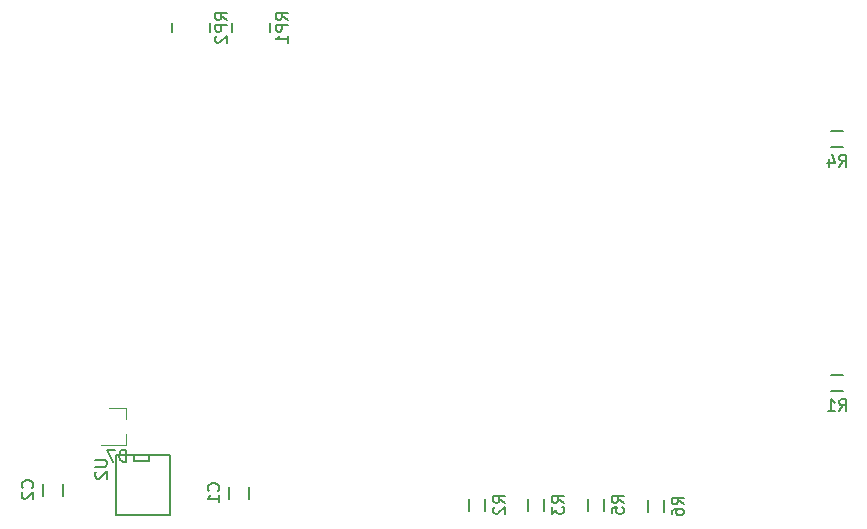
<source format=gbr>
G04 #@! TF.FileFunction,Legend,Bot*
%FSLAX46Y46*%
G04 Gerber Fmt 4.6, Leading zero omitted, Abs format (unit mm)*
G04 Created by KiCad (PCBNEW 4.0.4-stable) date 12/26/16 14:09:50*
%MOMM*%
%LPD*%
G01*
G04 APERTURE LIST*
%ADD10C,0.100000*%
%ADD11C,0.120000*%
%ADD12C,0.150000*%
G04 APERTURE END LIST*
D10*
D11*
X115568000Y-136469000D02*
X115568000Y-137399000D01*
X115568000Y-139629000D02*
X115568000Y-138699000D01*
X115568000Y-139629000D02*
X113408000Y-139629000D01*
X115568000Y-136469000D02*
X114108000Y-136469000D01*
D12*
X114681000Y-140462000D02*
X114681000Y-145542000D01*
X114681000Y-145542000D02*
X119253000Y-145542000D01*
X119253000Y-145542000D02*
X119253000Y-140462000D01*
X119253000Y-140462000D02*
X114681000Y-140462000D01*
X116205000Y-140462000D02*
X116205000Y-140970000D01*
X116205000Y-140970000D02*
X117475000Y-140970000D01*
X117475000Y-140970000D02*
X117475000Y-140462000D01*
X124245000Y-144137000D02*
X124245000Y-143137000D01*
X125945000Y-143137000D02*
X125945000Y-144137000D01*
X108497000Y-143883000D02*
X108497000Y-142883000D01*
X110197000Y-142883000D02*
X110197000Y-143883000D01*
X124486000Y-103867000D02*
X124486000Y-104667000D01*
X127736000Y-103867000D02*
X127736000Y-104667000D01*
X119406000Y-103867000D02*
X119406000Y-104667000D01*
X122656000Y-103867000D02*
X122656000Y-104667000D01*
X176268000Y-133691000D02*
X175268000Y-133691000D01*
X175268000Y-135041000D02*
X176268000Y-135041000D01*
X144613000Y-144153000D02*
X144613000Y-145153000D01*
X145963000Y-145153000D02*
X145963000Y-144153000D01*
X149566000Y-144153000D02*
X149566000Y-145153000D01*
X150916000Y-145153000D02*
X150916000Y-144153000D01*
X176268000Y-112990000D02*
X175268000Y-112990000D01*
X175268000Y-114340000D02*
X176268000Y-114340000D01*
X159726000Y-144280000D02*
X159726000Y-145280000D01*
X161076000Y-145280000D02*
X161076000Y-144280000D01*
X154646000Y-144153000D02*
X154646000Y-145153000D01*
X155996000Y-145153000D02*
X155996000Y-144153000D01*
X115546095Y-141001381D02*
X115546095Y-140001381D01*
X115308000Y-140001381D01*
X115165142Y-140049000D01*
X115069904Y-140144238D01*
X115022285Y-140239476D01*
X114974666Y-140429952D01*
X114974666Y-140572810D01*
X115022285Y-140763286D01*
X115069904Y-140858524D01*
X115165142Y-140953762D01*
X115308000Y-141001381D01*
X115546095Y-141001381D01*
X114641333Y-140001381D02*
X113974666Y-140001381D01*
X114403238Y-141001381D01*
X112934039Y-140862322D02*
X113743563Y-140862322D01*
X113838801Y-140909941D01*
X113886420Y-140957560D01*
X113934039Y-141052798D01*
X113934039Y-141243275D01*
X113886420Y-141338513D01*
X113838801Y-141386132D01*
X113743563Y-141433751D01*
X112934039Y-141433751D01*
X113029277Y-141862322D02*
X112981658Y-141909941D01*
X112934039Y-142005179D01*
X112934039Y-142243275D01*
X112981658Y-142338513D01*
X113029277Y-142386132D01*
X113124515Y-142433751D01*
X113219753Y-142433751D01*
X113362610Y-142386132D01*
X113934039Y-141814703D01*
X113934039Y-142433751D01*
X123352143Y-143470334D02*
X123399762Y-143422715D01*
X123447381Y-143279858D01*
X123447381Y-143184620D01*
X123399762Y-143041762D01*
X123304524Y-142946524D01*
X123209286Y-142898905D01*
X123018810Y-142851286D01*
X122875952Y-142851286D01*
X122685476Y-142898905D01*
X122590238Y-142946524D01*
X122495000Y-143041762D01*
X122447381Y-143184620D01*
X122447381Y-143279858D01*
X122495000Y-143422715D01*
X122542619Y-143470334D01*
X123447381Y-144422715D02*
X123447381Y-143851286D01*
X123447381Y-144137000D02*
X122447381Y-144137000D01*
X122590238Y-144041762D01*
X122685476Y-143946524D01*
X122733095Y-143851286D01*
X107604143Y-143216334D02*
X107651762Y-143168715D01*
X107699381Y-143025858D01*
X107699381Y-142930620D01*
X107651762Y-142787762D01*
X107556524Y-142692524D01*
X107461286Y-142644905D01*
X107270810Y-142597286D01*
X107127952Y-142597286D01*
X106937476Y-142644905D01*
X106842238Y-142692524D01*
X106747000Y-142787762D01*
X106699381Y-142930620D01*
X106699381Y-143025858D01*
X106747000Y-143168715D01*
X106794619Y-143216334D01*
X106794619Y-143597286D02*
X106747000Y-143644905D01*
X106699381Y-143740143D01*
X106699381Y-143978239D01*
X106747000Y-144073477D01*
X106794619Y-144121096D01*
X106889857Y-144168715D01*
X106985095Y-144168715D01*
X107127952Y-144121096D01*
X107699381Y-143549667D01*
X107699381Y-144168715D01*
X129222761Y-103590174D02*
X128746570Y-103256840D01*
X129222761Y-103018745D02*
X128222761Y-103018745D01*
X128222761Y-103399698D01*
X128270380Y-103494936D01*
X128317999Y-103542555D01*
X128413237Y-103590174D01*
X128556094Y-103590174D01*
X128651332Y-103542555D01*
X128698951Y-103494936D01*
X128746570Y-103399698D01*
X128746570Y-103018745D01*
X129222761Y-104018745D02*
X128222761Y-104018745D01*
X128222761Y-104399698D01*
X128270380Y-104494936D01*
X128317999Y-104542555D01*
X128413237Y-104590174D01*
X128556094Y-104590174D01*
X128651332Y-104542555D01*
X128698951Y-104494936D01*
X128746570Y-104399698D01*
X128746570Y-104018745D01*
X129222761Y-105542555D02*
X129222761Y-104971126D01*
X129222761Y-105256840D02*
X128222761Y-105256840D01*
X128365618Y-105161602D01*
X128460856Y-105066364D01*
X128508475Y-104971126D01*
X124083381Y-103600334D02*
X123607190Y-103267000D01*
X124083381Y-103028905D02*
X123083381Y-103028905D01*
X123083381Y-103409858D01*
X123131000Y-103505096D01*
X123178619Y-103552715D01*
X123273857Y-103600334D01*
X123416714Y-103600334D01*
X123511952Y-103552715D01*
X123559571Y-103505096D01*
X123607190Y-103409858D01*
X123607190Y-103028905D01*
X124083381Y-104028905D02*
X123083381Y-104028905D01*
X123083381Y-104409858D01*
X123131000Y-104505096D01*
X123178619Y-104552715D01*
X123273857Y-104600334D01*
X123416714Y-104600334D01*
X123511952Y-104552715D01*
X123559571Y-104505096D01*
X123607190Y-104409858D01*
X123607190Y-104028905D01*
X123178619Y-104981286D02*
X123131000Y-105028905D01*
X123083381Y-105124143D01*
X123083381Y-105362239D01*
X123131000Y-105457477D01*
X123178619Y-105505096D01*
X123273857Y-105552715D01*
X123369095Y-105552715D01*
X123511952Y-105505096D01*
X124083381Y-104933667D01*
X124083381Y-105552715D01*
X175934666Y-136718381D02*
X176268000Y-136242190D01*
X176506095Y-136718381D02*
X176506095Y-135718381D01*
X176125142Y-135718381D01*
X176029904Y-135766000D01*
X175982285Y-135813619D01*
X175934666Y-135908857D01*
X175934666Y-136051714D01*
X175982285Y-136146952D01*
X176029904Y-136194571D01*
X176125142Y-136242190D01*
X176506095Y-136242190D01*
X174982285Y-136718381D02*
X175553714Y-136718381D01*
X175268000Y-136718381D02*
X175268000Y-135718381D01*
X175363238Y-135861238D01*
X175458476Y-135956476D01*
X175553714Y-136004095D01*
X147640381Y-144486334D02*
X147164190Y-144153000D01*
X147640381Y-143914905D02*
X146640381Y-143914905D01*
X146640381Y-144295858D01*
X146688000Y-144391096D01*
X146735619Y-144438715D01*
X146830857Y-144486334D01*
X146973714Y-144486334D01*
X147068952Y-144438715D01*
X147116571Y-144391096D01*
X147164190Y-144295858D01*
X147164190Y-143914905D01*
X146735619Y-144867286D02*
X146688000Y-144914905D01*
X146640381Y-145010143D01*
X146640381Y-145248239D01*
X146688000Y-145343477D01*
X146735619Y-145391096D01*
X146830857Y-145438715D01*
X146926095Y-145438715D01*
X147068952Y-145391096D01*
X147640381Y-144819667D01*
X147640381Y-145438715D01*
X152593381Y-144486334D02*
X152117190Y-144153000D01*
X152593381Y-143914905D02*
X151593381Y-143914905D01*
X151593381Y-144295858D01*
X151641000Y-144391096D01*
X151688619Y-144438715D01*
X151783857Y-144486334D01*
X151926714Y-144486334D01*
X152021952Y-144438715D01*
X152069571Y-144391096D01*
X152117190Y-144295858D01*
X152117190Y-143914905D01*
X151593381Y-144819667D02*
X151593381Y-145438715D01*
X151974333Y-145105381D01*
X151974333Y-145248239D01*
X152021952Y-145343477D01*
X152069571Y-145391096D01*
X152164810Y-145438715D01*
X152402905Y-145438715D01*
X152498143Y-145391096D01*
X152545762Y-145343477D01*
X152593381Y-145248239D01*
X152593381Y-144962524D01*
X152545762Y-144867286D01*
X152498143Y-144819667D01*
X175934666Y-116017381D02*
X176268000Y-115541190D01*
X176506095Y-116017381D02*
X176506095Y-115017381D01*
X176125142Y-115017381D01*
X176029904Y-115065000D01*
X175982285Y-115112619D01*
X175934666Y-115207857D01*
X175934666Y-115350714D01*
X175982285Y-115445952D01*
X176029904Y-115493571D01*
X176125142Y-115541190D01*
X176506095Y-115541190D01*
X175077523Y-115350714D02*
X175077523Y-116017381D01*
X175315619Y-114969762D02*
X175553714Y-115684048D01*
X174934666Y-115684048D01*
X162753381Y-144613334D02*
X162277190Y-144280000D01*
X162753381Y-144041905D02*
X161753381Y-144041905D01*
X161753381Y-144422858D01*
X161801000Y-144518096D01*
X161848619Y-144565715D01*
X161943857Y-144613334D01*
X162086714Y-144613334D01*
X162181952Y-144565715D01*
X162229571Y-144518096D01*
X162277190Y-144422858D01*
X162277190Y-144041905D01*
X161753381Y-145470477D02*
X161753381Y-145280000D01*
X161801000Y-145184762D01*
X161848619Y-145137143D01*
X161991476Y-145041905D01*
X162181952Y-144994286D01*
X162562905Y-144994286D01*
X162658143Y-145041905D01*
X162705762Y-145089524D01*
X162753381Y-145184762D01*
X162753381Y-145375239D01*
X162705762Y-145470477D01*
X162658143Y-145518096D01*
X162562905Y-145565715D01*
X162324810Y-145565715D01*
X162229571Y-145518096D01*
X162181952Y-145470477D01*
X162134333Y-145375239D01*
X162134333Y-145184762D01*
X162181952Y-145089524D01*
X162229571Y-145041905D01*
X162324810Y-144994286D01*
X157673381Y-144486334D02*
X157197190Y-144153000D01*
X157673381Y-143914905D02*
X156673381Y-143914905D01*
X156673381Y-144295858D01*
X156721000Y-144391096D01*
X156768619Y-144438715D01*
X156863857Y-144486334D01*
X157006714Y-144486334D01*
X157101952Y-144438715D01*
X157149571Y-144391096D01*
X157197190Y-144295858D01*
X157197190Y-143914905D01*
X156673381Y-145391096D02*
X156673381Y-144914905D01*
X157149571Y-144867286D01*
X157101952Y-144914905D01*
X157054333Y-145010143D01*
X157054333Y-145248239D01*
X157101952Y-145343477D01*
X157149571Y-145391096D01*
X157244810Y-145438715D01*
X157482905Y-145438715D01*
X157578143Y-145391096D01*
X157625762Y-145343477D01*
X157673381Y-145248239D01*
X157673381Y-145010143D01*
X157625762Y-144914905D01*
X157578143Y-144867286D01*
M02*

</source>
